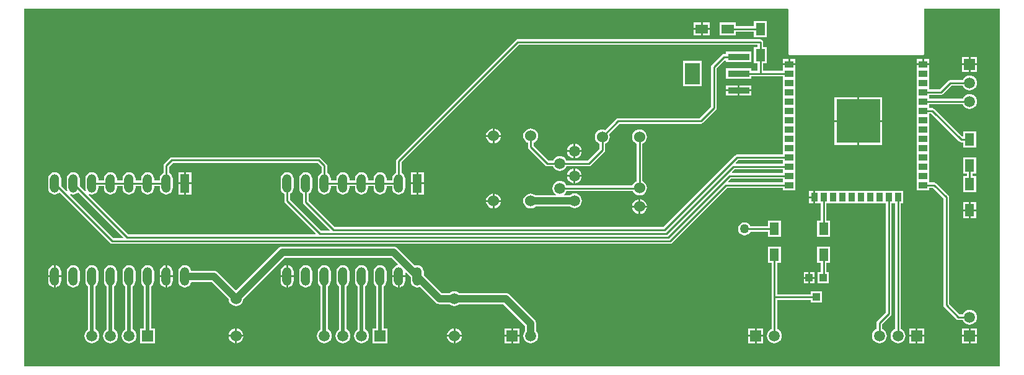
<source format=gtl>
G04 Layer_Physical_Order=1*
G04 Layer_Color=255*
%FSLAX25Y25*%
%MOIN*%
G70*
G01*
G75*
%ADD10R,0.04921X0.06693*%
%ADD11R,0.06693X0.04921*%
%ADD12R,0.03937X0.03937*%
%ADD13R,0.23622X0.23622*%
%ADD14R,0.04724X0.03543*%
%ADD15R,0.03543X0.04724*%
%ADD16R,0.11811X0.03543*%
%ADD17R,0.07874X0.11811*%
%ADD18C,0.01969*%
%ADD19C,0.01000*%
%ADD20C,0.03937*%
%ADD21R,0.05906X0.05906*%
%ADD22C,0.05906*%
%ADD23O,0.05000X0.10000*%
%ADD24R,0.05000X0.10000*%
%ADD25C,0.06000*%
%ADD26R,0.05906X0.05906*%
%ADD27C,0.05000*%
G36*
X698780Y101220D02*
X174220D01*
Y293280D01*
X584758D01*
X584988Y293000D01*
Y269499D01*
X585066Y269109D01*
X585287Y268778D01*
X585618Y268558D01*
X586008Y268480D01*
X657008D01*
X657398Y268558D01*
X657729Y268778D01*
X657950Y269109D01*
X658028Y269499D01*
Y293000D01*
X658257Y293280D01*
X698780D01*
Y101220D01*
D02*
G37*
%LPC*%
G36*
X375000Y149000D02*
X371970D01*
Y147000D01*
X372090Y146086D01*
X372443Y145235D01*
X373004Y144504D01*
X373735Y143943D01*
X374586Y143590D01*
X375000Y143536D01*
Y149000D01*
D02*
G37*
G36*
X250000D02*
X246970D01*
Y147000D01*
X247090Y146086D01*
X247443Y145235D01*
X248004Y144504D01*
X248735Y143943D01*
X249586Y143590D01*
X250000Y143536D01*
Y149000D01*
D02*
G37*
G36*
X315000D02*
X311970D01*
Y147000D01*
X312090Y146086D01*
X312443Y145235D01*
X313004Y144504D01*
X313735Y143943D01*
X314586Y143590D01*
X315000Y143536D01*
Y149000D01*
D02*
G37*
G36*
X319030D02*
X316000D01*
Y143536D01*
X316414Y143590D01*
X317265Y143943D01*
X317996Y144504D01*
X318557Y145235D01*
X318910Y146086D01*
X319030Y147000D01*
Y149000D01*
D02*
G37*
G36*
X379030D02*
X376000D01*
Y143536D01*
X376414Y143590D01*
X377265Y143943D01*
X377996Y144504D01*
X378557Y145235D01*
X378910Y146086D01*
X379030Y147000D01*
Y149000D01*
D02*
G37*
G36*
X194030D02*
X191000D01*
Y143536D01*
X191414Y143590D01*
X192265Y143943D01*
X192996Y144504D01*
X193557Y145235D01*
X193910Y146086D01*
X194030Y147000D01*
Y149000D01*
D02*
G37*
G36*
X254030D02*
X251000D01*
Y143536D01*
X251414Y143590D01*
X252265Y143943D01*
X252996Y144504D01*
X253557Y145235D01*
X253910Y146086D01*
X254030Y147000D01*
Y149000D01*
D02*
G37*
G36*
X190000D02*
X186970D01*
Y147000D01*
X187090Y146086D01*
X187443Y145235D01*
X188004Y144504D01*
X188735Y143943D01*
X189586Y143590D01*
X190000Y143536D01*
Y149000D01*
D02*
G37*
G36*
X686453Y121453D02*
X683000D01*
Y118000D01*
X686453D01*
Y121453D01*
D02*
G37*
G36*
X406000Y121469D02*
Y118000D01*
X409469D01*
X409397Y118544D01*
X408994Y119517D01*
X408353Y120353D01*
X407517Y120994D01*
X406544Y121397D01*
X406000Y121469D01*
D02*
G37*
G36*
X288500D02*
Y118000D01*
X291969D01*
X291897Y118544D01*
X291494Y119517D01*
X290853Y120353D01*
X290017Y120994D01*
X289044Y121397D01*
X288500Y121469D01*
D02*
G37*
G36*
X657953Y121453D02*
X654500D01*
Y118000D01*
X657953D01*
Y121453D01*
D02*
G37*
G36*
X325500Y155530D02*
X324586Y155410D01*
X323735Y155057D01*
X323004Y154496D01*
X322443Y153765D01*
X322090Y152914D01*
X321970Y152000D01*
Y147000D01*
X322090Y146086D01*
X322443Y145235D01*
X323004Y144504D01*
X323735Y143943D01*
X324586Y143590D01*
X325500Y143470D01*
X326414Y143590D01*
X327265Y143943D01*
X327996Y144504D01*
X328557Y145235D01*
X328910Y146086D01*
X329030Y147000D01*
Y152000D01*
X328910Y152914D01*
X328557Y153765D01*
X327996Y154496D01*
X327265Y155057D01*
X326414Y155410D01*
X325500Y155530D01*
D02*
G37*
G36*
X200500D02*
X199586Y155410D01*
X198735Y155057D01*
X198004Y154496D01*
X197443Y153765D01*
X197090Y152914D01*
X196970Y152000D01*
Y147000D01*
X197090Y146086D01*
X197443Y145235D01*
X198004Y144504D01*
X198735Y143943D01*
X199586Y143590D01*
X200500Y143470D01*
X201414Y143590D01*
X202265Y143943D01*
X202996Y144504D01*
X203557Y145235D01*
X203910Y146086D01*
X204030Y147000D01*
Y152000D01*
X203910Y152914D01*
X203557Y153765D01*
X202996Y154496D01*
X202265Y155057D01*
X201414Y155410D01*
X200500Y155530D01*
D02*
G37*
G36*
X580961Y165370D02*
X574039D01*
Y156677D01*
X575971D01*
Y138500D01*
Y121145D01*
X575507Y120953D01*
X574681Y120319D01*
X574047Y119493D01*
X573649Y118532D01*
X573513Y117500D01*
X573649Y116468D01*
X574047Y115507D01*
X574681Y114681D01*
X575507Y114047D01*
X576468Y113649D01*
X577500Y113513D01*
X578532Y113649D01*
X579493Y114047D01*
X580319Y114681D01*
X580953Y115507D01*
X581351Y116468D01*
X581487Y117500D01*
X581351Y118532D01*
X580953Y119493D01*
X580319Y120319D01*
X579493Y120953D01*
X579029Y121145D01*
Y136853D01*
X597031D01*
Y135413D01*
X602969D01*
Y141350D01*
X597031D01*
Y139911D01*
X579029D01*
Y156677D01*
X580961D01*
Y165370D01*
D02*
G37*
G36*
X316000Y155464D02*
Y150000D01*
X319030D01*
Y152000D01*
X318910Y152914D01*
X318557Y153765D01*
X317996Y154496D01*
X317265Y155057D01*
X316414Y155410D01*
X316000Y155464D01*
D02*
G37*
G36*
X251000D02*
Y150000D01*
X254030D01*
Y152000D01*
X253910Y152914D01*
X253557Y153765D01*
X252996Y154496D01*
X252265Y155057D01*
X251414Y155410D01*
X251000Y155464D01*
D02*
G37*
G36*
X191000D02*
Y150000D01*
X194030D01*
Y152000D01*
X193910Y152914D01*
X193557Y153765D01*
X192996Y154496D01*
X192265Y155057D01*
X191414Y155410D01*
X191000Y155464D01*
D02*
G37*
G36*
X580961Y179347D02*
X574039D01*
Y176529D01*
X564655D01*
X564557Y176765D01*
X563996Y177496D01*
X563265Y178057D01*
X562414Y178410D01*
X561500Y178530D01*
X560586Y178410D01*
X559735Y178057D01*
X559004Y177496D01*
X558443Y176765D01*
X558090Y175914D01*
X557970Y175000D01*
X558090Y174086D01*
X558443Y173235D01*
X559004Y172504D01*
X559735Y171943D01*
X560586Y171590D01*
X561500Y171470D01*
X562414Y171590D01*
X563265Y171943D01*
X563996Y172504D01*
X564557Y173235D01*
X564655Y173471D01*
X574039D01*
Y170653D01*
X580961D01*
Y179347D01*
D02*
G37*
G36*
X682000Y189370D02*
X679039D01*
Y185524D01*
X682000D01*
Y189370D01*
D02*
G37*
G36*
X685961Y184524D02*
X683000D01*
Y180677D01*
X685961D01*
Y184524D01*
D02*
G37*
G36*
X682000D02*
X679039D01*
Y180677D01*
X682000D01*
Y184524D01*
D02*
G37*
G36*
X315000Y155464D02*
X314586Y155410D01*
X313735Y155057D01*
X313004Y154496D01*
X312443Y153765D01*
X312090Y152914D01*
X311970Y152000D01*
Y150000D01*
X315000D01*
Y155464D01*
D02*
G37*
G36*
X607461Y165347D02*
X600539D01*
Y156653D01*
X602471D01*
Y151587D01*
X600772D01*
Y145650D01*
X606709D01*
Y151587D01*
X605529D01*
Y156653D01*
X607461D01*
Y165347D01*
D02*
G37*
G36*
X599228Y148118D02*
X596760D01*
Y145650D01*
X599228D01*
Y148118D01*
D02*
G37*
G36*
X595760D02*
X593291D01*
Y145650D01*
X595760D01*
Y148118D01*
D02*
G37*
G36*
Y151587D02*
X593291D01*
Y149118D01*
X595760D01*
Y151587D01*
D02*
G37*
G36*
X250000Y155464D02*
X249586Y155410D01*
X248735Y155057D01*
X248004Y154496D01*
X247443Y153765D01*
X247090Y152914D01*
X246970Y152000D01*
Y150000D01*
X250000D01*
Y155464D01*
D02*
G37*
G36*
X190000D02*
X189586Y155410D01*
X188735Y155057D01*
X188004Y154496D01*
X187443Y153765D01*
X187090Y152914D01*
X186970Y152000D01*
Y150000D01*
X190000D01*
Y155464D01*
D02*
G37*
G36*
X599228Y151587D02*
X596760D01*
Y149118D01*
X599228D01*
Y151587D01*
D02*
G37*
G36*
X291969Y117000D02*
X288500D01*
Y113531D01*
X289044Y113603D01*
X290017Y114006D01*
X290853Y114647D01*
X291494Y115483D01*
X291897Y116456D01*
X291969Y117000D01*
D02*
G37*
G36*
X405000D02*
X401531D01*
X401603Y116456D01*
X402006Y115483D01*
X402647Y114647D01*
X403483Y114006D01*
X404456Y113603D01*
X405000Y113531D01*
Y117000D01*
D02*
G37*
G36*
X287500D02*
X284031D01*
X284103Y116456D01*
X284506Y115483D01*
X285147Y114647D01*
X285983Y114006D01*
X286956Y113603D01*
X287500Y113531D01*
Y117000D01*
D02*
G37*
G36*
X409469D02*
X406000D01*
Y113531D01*
X406544Y113603D01*
X407517Y114006D01*
X408353Y114647D01*
X408994Y115483D01*
X409397Y116456D01*
X409469Y117000D01*
D02*
G37*
G36*
X436000D02*
X432547D01*
Y113547D01*
X436000D01*
Y117000D01*
D02*
G37*
G36*
X365500Y155530D02*
X364586Y155410D01*
X363735Y155057D01*
X363004Y154496D01*
X362443Y153765D01*
X362090Y152914D01*
X361970Y152000D01*
Y147000D01*
X362090Y146086D01*
X362443Y145235D01*
X363004Y144504D01*
X363477Y144141D01*
Y121453D01*
X361547D01*
Y113547D01*
X369453D01*
Y121453D01*
X367523D01*
Y144141D01*
X367996Y144504D01*
X368557Y145235D01*
X368910Y146086D01*
X369030Y147000D01*
Y152000D01*
X368910Y152914D01*
X368557Y153765D01*
X367996Y154496D01*
X367265Y155057D01*
X366414Y155410D01*
X365500Y155530D01*
D02*
G37*
G36*
X240500D02*
X239586Y155410D01*
X238735Y155057D01*
X238004Y154496D01*
X237443Y153765D01*
X237090Y152914D01*
X236970Y152000D01*
Y147000D01*
X237090Y146086D01*
X237443Y145235D01*
X238004Y144504D01*
X238477Y144141D01*
Y121453D01*
X236547D01*
Y113547D01*
X244453D01*
Y121453D01*
X242523D01*
Y144141D01*
X242996Y144504D01*
X243557Y145235D01*
X243910Y146086D01*
X244030Y147000D01*
Y152000D01*
X243910Y152914D01*
X243557Y153765D01*
X242996Y154496D01*
X242265Y155057D01*
X241414Y155410D01*
X240500Y155530D01*
D02*
G37*
G36*
X646772Y195362D02*
X599508D01*
Y192000D01*
Y188638D01*
X602471D01*
Y179323D01*
X600539D01*
Y170630D01*
X607461D01*
Y179323D01*
X605529D01*
Y188638D01*
X637471D01*
Y130133D01*
X632919Y125581D01*
X632587Y125085D01*
X632471Y124500D01*
Y121145D01*
X632007Y120953D01*
X631181Y120319D01*
X630547Y119493D01*
X630149Y118532D01*
X630013Y117500D01*
X630149Y116468D01*
X630547Y115507D01*
X631181Y114681D01*
X632007Y114047D01*
X632968Y113649D01*
X634000Y113513D01*
X635032Y113649D01*
X635993Y114047D01*
X636819Y114681D01*
X637453Y115507D01*
X637851Y116468D01*
X637987Y117500D01*
X637851Y118532D01*
X637453Y119493D01*
X636819Y120319D01*
X635993Y120953D01*
X635529Y121145D01*
Y123866D01*
X640081Y128419D01*
X640413Y128915D01*
X640529Y129500D01*
Y188638D01*
X642471D01*
Y121145D01*
X642007Y120953D01*
X641181Y120319D01*
X640547Y119493D01*
X640149Y118532D01*
X640013Y117500D01*
X640149Y116468D01*
X640547Y115507D01*
X641181Y114681D01*
X642007Y114047D01*
X642968Y113649D01*
X644000Y113513D01*
X645032Y113649D01*
X645993Y114047D01*
X646819Y114681D01*
X647453Y115507D01*
X647851Y116468D01*
X647987Y117500D01*
X647851Y118532D01*
X647453Y119493D01*
X646819Y120319D01*
X645993Y120953D01*
X645529Y121145D01*
Y188638D01*
X646772D01*
Y195362D01*
D02*
G37*
G36*
X230500Y155530D02*
X229586Y155410D01*
X228735Y155057D01*
X228004Y154496D01*
X227443Y153765D01*
X227090Y152914D01*
X226970Y152000D01*
Y147000D01*
X227090Y146086D01*
X227443Y145235D01*
X228004Y144504D01*
X228477Y144141D01*
Y120930D01*
X227681Y120319D01*
X227047Y119493D01*
X226649Y118532D01*
X226513Y117500D01*
X226649Y116468D01*
X227047Y115507D01*
X227681Y114681D01*
X228507Y114047D01*
X229468Y113649D01*
X230500Y113513D01*
X231532Y113649D01*
X232493Y114047D01*
X233319Y114681D01*
X233953Y115507D01*
X234351Y116468D01*
X234487Y117500D01*
X234351Y118532D01*
X233953Y119493D01*
X233319Y120319D01*
X232523Y120930D01*
Y144141D01*
X232996Y144504D01*
X233557Y145235D01*
X233910Y146086D01*
X234030Y147000D01*
Y152000D01*
X233910Y152914D01*
X233557Y153765D01*
X232996Y154496D01*
X232265Y155057D01*
X231414Y155410D01*
X230500Y155530D01*
D02*
G37*
G36*
X220500D02*
X219586Y155410D01*
X218735Y155057D01*
X218004Y154496D01*
X217443Y153765D01*
X217090Y152914D01*
X216970Y152000D01*
Y147000D01*
X217090Y146086D01*
X217443Y145235D01*
X218004Y144504D01*
X218477Y144141D01*
Y120930D01*
X217681Y120319D01*
X217047Y119493D01*
X216649Y118532D01*
X216513Y117500D01*
X216649Y116468D01*
X217047Y115507D01*
X217681Y114681D01*
X218507Y114047D01*
X219468Y113649D01*
X220500Y113513D01*
X221532Y113649D01*
X222493Y114047D01*
X223319Y114681D01*
X223953Y115507D01*
X224351Y116468D01*
X224487Y117500D01*
X224351Y118532D01*
X223953Y119493D01*
X223319Y120319D01*
X222523Y120930D01*
Y144141D01*
X222996Y144504D01*
X223557Y145235D01*
X223910Y146086D01*
X224030Y147000D01*
Y152000D01*
X223910Y152914D01*
X223557Y153765D01*
X222996Y154496D01*
X222265Y155057D01*
X221414Y155410D01*
X220500Y155530D01*
D02*
G37*
G36*
X210500D02*
X209586Y155410D01*
X208735Y155057D01*
X208004Y154496D01*
X207443Y153765D01*
X207090Y152914D01*
X206970Y152000D01*
Y147000D01*
X207090Y146086D01*
X207443Y145235D01*
X208004Y144504D01*
X208477Y144141D01*
Y120930D01*
X207681Y120319D01*
X207047Y119493D01*
X206649Y118532D01*
X206513Y117500D01*
X206649Y116468D01*
X207047Y115507D01*
X207681Y114681D01*
X208507Y114047D01*
X209468Y113649D01*
X210500Y113513D01*
X211532Y113649D01*
X212493Y114047D01*
X213319Y114681D01*
X213953Y115507D01*
X214351Y116468D01*
X214487Y117500D01*
X214351Y118532D01*
X213953Y119493D01*
X213319Y120319D01*
X212523Y120930D01*
Y144141D01*
X212996Y144504D01*
X213557Y145235D01*
X213910Y146086D01*
X214030Y147000D01*
Y152000D01*
X213910Y152914D01*
X213557Y153765D01*
X212996Y154496D01*
X212265Y155057D01*
X211414Y155410D01*
X210500Y155530D01*
D02*
G37*
G36*
X335500D02*
X334586Y155410D01*
X333735Y155057D01*
X333004Y154496D01*
X332443Y153765D01*
X332090Y152914D01*
X331970Y152000D01*
Y147000D01*
X332090Y146086D01*
X332443Y145235D01*
X333004Y144504D01*
X333477Y144141D01*
Y120930D01*
X332681Y120319D01*
X332047Y119493D01*
X331649Y118532D01*
X331513Y117500D01*
X331649Y116468D01*
X332047Y115507D01*
X332681Y114681D01*
X333507Y114047D01*
X334468Y113649D01*
X335500Y113513D01*
X336532Y113649D01*
X337493Y114047D01*
X338319Y114681D01*
X338953Y115507D01*
X339351Y116468D01*
X339487Y117500D01*
X339351Y118532D01*
X338953Y119493D01*
X338319Y120319D01*
X337523Y120930D01*
Y144141D01*
X337996Y144504D01*
X338557Y145235D01*
X338910Y146086D01*
X339030Y147000D01*
Y152000D01*
X338910Y152914D01*
X338557Y153765D01*
X337996Y154496D01*
X337265Y155057D01*
X336414Y155410D01*
X335500Y155530D01*
D02*
G37*
G36*
X372734Y165494D02*
X313000D01*
X312225Y165392D01*
X311503Y165093D01*
X310883Y164617D01*
X288000Y141734D01*
X278117Y151617D01*
X277497Y152093D01*
X276775Y152392D01*
X276000Y152494D01*
X263965D01*
X263910Y152914D01*
X263557Y153765D01*
X262996Y154496D01*
X262265Y155057D01*
X261414Y155410D01*
X260500Y155530D01*
X259586Y155410D01*
X258735Y155057D01*
X258004Y154496D01*
X257443Y153765D01*
X257090Y152914D01*
X256970Y152000D01*
Y147000D01*
X257090Y146086D01*
X257443Y145235D01*
X258004Y144504D01*
X258735Y143943D01*
X259586Y143590D01*
X260500Y143470D01*
X261414Y143590D01*
X262265Y143943D01*
X262996Y144504D01*
X263557Y145235D01*
X263910Y146086D01*
X263965Y146506D01*
X274760D01*
X283996Y137270D01*
X284103Y136456D01*
X284506Y135483D01*
X285147Y134647D01*
X285983Y134006D01*
X286956Y133603D01*
X288000Y133466D01*
X289044Y133603D01*
X290017Y134006D01*
X290853Y134647D01*
X291494Y135483D01*
X291897Y136456D01*
X292004Y137270D01*
X314240Y159506D01*
X371493D01*
X375073Y155926D01*
X374912Y155453D01*
X374586Y155410D01*
X373735Y155057D01*
X373004Y154496D01*
X372443Y153765D01*
X372090Y152914D01*
X371970Y152000D01*
Y150000D01*
X375500D01*
X379030D01*
Y151316D01*
X379492Y151507D01*
X381970Y149030D01*
Y147000D01*
X382090Y146086D01*
X382443Y145235D01*
X383004Y144504D01*
X383735Y143943D01*
X384586Y143590D01*
X385500Y143470D01*
X386414Y143590D01*
X386952Y143813D01*
X395383Y135383D01*
X396003Y134907D01*
X396302Y134783D01*
X396725Y134608D01*
X397500Y134506D01*
X402831D01*
X403483Y134006D01*
X404456Y133603D01*
X405500Y133466D01*
X406544Y133603D01*
X407517Y134006D01*
X408169Y134506D01*
X431760D01*
X443506Y122760D01*
Y120091D01*
X443047Y119493D01*
X442649Y118532D01*
X442513Y117500D01*
X442649Y116468D01*
X443047Y115507D01*
X443681Y114681D01*
X444507Y114047D01*
X445468Y113649D01*
X446500Y113513D01*
X447532Y113649D01*
X448493Y114047D01*
X449319Y114681D01*
X449953Y115507D01*
X450351Y116468D01*
X450487Y117500D01*
X450351Y118532D01*
X449953Y119493D01*
X449494Y120091D01*
Y124000D01*
X449392Y124775D01*
X449217Y125198D01*
X449093Y125497D01*
X448617Y126117D01*
X435117Y139617D01*
X434497Y140093D01*
X433775Y140392D01*
X433000Y140494D01*
X408169D01*
X407517Y140994D01*
X406544Y141397D01*
X405500Y141534D01*
X404456Y141397D01*
X403483Y140994D01*
X402831Y140494D01*
X398740D01*
X389030Y150204D01*
Y152000D01*
X388910Y152914D01*
X388557Y153765D01*
X387996Y154496D01*
X387265Y155057D01*
X386414Y155410D01*
X385500Y155530D01*
X384586Y155410D01*
X384213Y155255D01*
X374851Y164617D01*
X374231Y165093D01*
X373509Y165392D01*
X372734Y165494D01*
D02*
G37*
G36*
X355500Y155530D02*
X354586Y155410D01*
X353735Y155057D01*
X353004Y154496D01*
X352443Y153765D01*
X352090Y152914D01*
X351970Y152000D01*
Y147000D01*
X352090Y146086D01*
X352443Y145235D01*
X353004Y144504D01*
X353477Y144141D01*
Y120930D01*
X352681Y120319D01*
X352047Y119493D01*
X351649Y118532D01*
X351513Y117500D01*
X351649Y116468D01*
X352047Y115507D01*
X352681Y114681D01*
X353507Y114047D01*
X354468Y113649D01*
X355500Y113513D01*
X356532Y113649D01*
X357493Y114047D01*
X358319Y114681D01*
X358953Y115507D01*
X359351Y116468D01*
X359487Y117500D01*
X359351Y118532D01*
X358953Y119493D01*
X358319Y120319D01*
X357523Y120930D01*
Y144141D01*
X357996Y144504D01*
X358557Y145235D01*
X358910Y146086D01*
X359030Y147000D01*
Y152000D01*
X358910Y152914D01*
X358557Y153765D01*
X357996Y154496D01*
X357265Y155057D01*
X356414Y155410D01*
X355500Y155530D01*
D02*
G37*
G36*
X345500D02*
X344586Y155410D01*
X343735Y155057D01*
X343004Y154496D01*
X342443Y153765D01*
X342090Y152914D01*
X341970Y152000D01*
Y147000D01*
X342090Y146086D01*
X342443Y145235D01*
X343004Y144504D01*
X343477Y144141D01*
Y120930D01*
X342681Y120319D01*
X342047Y119493D01*
X341649Y118532D01*
X341513Y117500D01*
X341649Y116468D01*
X342047Y115507D01*
X342681Y114681D01*
X343507Y114047D01*
X344468Y113649D01*
X345500Y113513D01*
X346532Y113649D01*
X347493Y114047D01*
X348319Y114681D01*
X348953Y115507D01*
X349351Y116468D01*
X349487Y117500D01*
X349351Y118532D01*
X348953Y119493D01*
X348319Y120319D01*
X347523Y120930D01*
Y144141D01*
X347996Y144504D01*
X348557Y145235D01*
X348910Y146086D01*
X349030Y147000D01*
Y152000D01*
X348910Y152914D01*
X348557Y153765D01*
X347996Y154496D01*
X347265Y155057D01*
X346414Y155410D01*
X345500Y155530D01*
D02*
G37*
G36*
X682000Y121453D02*
X678547D01*
Y118000D01*
X682000D01*
Y121453D01*
D02*
G37*
G36*
X405000Y121469D02*
X404456Y121397D01*
X403483Y120994D01*
X402647Y120353D01*
X402006Y119517D01*
X401603Y118544D01*
X401531Y118000D01*
X405000D01*
Y121469D01*
D02*
G37*
G36*
X287500D02*
X286956Y121397D01*
X285983Y120994D01*
X285147Y120353D01*
X284506Y119517D01*
X284103Y118544D01*
X284031Y118000D01*
X287500D01*
Y121469D01*
D02*
G37*
G36*
X436000Y121453D02*
X432547D01*
Y118000D01*
X436000D01*
Y121453D01*
D02*
G37*
G36*
X571453D02*
X568000D01*
Y118000D01*
X571453D01*
Y121453D01*
D02*
G37*
G36*
X567000D02*
X563547D01*
Y118000D01*
X567000D01*
Y121453D01*
D02*
G37*
G36*
X440453D02*
X437000D01*
Y118000D01*
X440453D01*
Y121453D01*
D02*
G37*
G36*
X653500D02*
X650047D01*
Y118000D01*
X653500D01*
Y121453D01*
D02*
G37*
G36*
X571453Y117000D02*
X568000D01*
Y113547D01*
X571453D01*
Y117000D01*
D02*
G37*
G36*
X567000D02*
X563547D01*
Y113547D01*
X567000D01*
Y117000D01*
D02*
G37*
G36*
X440453D02*
X437000D01*
Y113547D01*
X440453D01*
Y117000D01*
D02*
G37*
G36*
X653500D02*
X650047D01*
Y113547D01*
X653500D01*
Y117000D01*
D02*
G37*
G36*
X686453D02*
X683000D01*
Y113547D01*
X686453D01*
Y117000D01*
D02*
G37*
G36*
X682000D02*
X678547D01*
Y113547D01*
X682000D01*
Y117000D01*
D02*
G37*
G36*
X657953D02*
X654500D01*
Y113547D01*
X657953D01*
Y117000D01*
D02*
G37*
G36*
X685961Y189370D02*
X683000D01*
Y185524D01*
X685961D01*
Y189370D01*
D02*
G37*
G36*
Y213370D02*
X679039D01*
Y204677D01*
X680971D01*
Y203346D01*
X679039D01*
Y194653D01*
X685961D01*
Y203346D01*
X684029D01*
Y204677D01*
X685961D01*
Y213370D01*
D02*
G37*
G36*
X686453Y263000D02*
X683000D01*
Y259547D01*
X686453D01*
Y263000D01*
D02*
G37*
G36*
X682000D02*
X678547D01*
Y259547D01*
X682000D01*
Y263000D01*
D02*
G37*
G36*
X588870Y266272D02*
X586008D01*
Y264000D01*
X588870D01*
Y266272D01*
D02*
G37*
G36*
X585008D02*
X582146D01*
Y264000D01*
X585008D01*
Y266272D01*
D02*
G37*
G36*
X682000Y267453D02*
X678547D01*
Y264000D01*
X682000D01*
Y267453D01*
D02*
G37*
G36*
X622122Y245862D02*
X609811D01*
Y233551D01*
X622122D01*
Y245862D01*
D02*
G37*
G36*
Y232551D02*
X609811D01*
Y220240D01*
X622122D01*
Y232551D01*
D02*
G37*
G36*
X635433D02*
X623122D01*
Y220240D01*
X635433D01*
Y232551D01*
D02*
G37*
G36*
X660870Y263000D02*
X654146D01*
Y260728D01*
Y255728D01*
Y250728D01*
Y245728D01*
Y240728D01*
Y235728D01*
Y230728D01*
Y225728D01*
Y220728D01*
Y215728D01*
Y210728D01*
Y205728D01*
Y200728D01*
Y195728D01*
X660870D01*
Y196971D01*
X662866D01*
X668471Y191367D01*
Y134000D01*
X668587Y133415D01*
X668919Y132919D01*
X675419Y126419D01*
X675915Y126087D01*
X676500Y125971D01*
X678855D01*
X679047Y125507D01*
X679681Y124681D01*
X680507Y124047D01*
X681468Y123649D01*
X682500Y123513D01*
X683532Y123649D01*
X684493Y124047D01*
X685319Y124681D01*
X685953Y125507D01*
X686351Y126468D01*
X686487Y127500D01*
X686351Y128532D01*
X685953Y129493D01*
X685319Y130319D01*
X684493Y130953D01*
X683532Y131351D01*
X682500Y131487D01*
X681468Y131351D01*
X680507Y130953D01*
X679681Y130319D01*
X679047Y129493D01*
X678855Y129029D01*
X677134D01*
X671529Y134634D01*
Y192000D01*
X671413Y192585D01*
X671081Y193081D01*
X664581Y199581D01*
X664085Y199913D01*
X663500Y200029D01*
X660870D01*
Y205728D01*
Y210728D01*
Y215728D01*
Y220728D01*
Y225728D01*
Y230728D01*
Y236971D01*
X661867D01*
X676919Y221919D01*
X677415Y221587D01*
X678000Y221471D01*
X679039D01*
Y218653D01*
X685961D01*
Y227346D01*
X679039D01*
Y224757D01*
X678539Y224623D01*
X663581Y239581D01*
X663085Y239913D01*
X662500Y240029D01*
X660870D01*
Y241971D01*
X678855D01*
X679047Y241507D01*
X679681Y240681D01*
X680507Y240047D01*
X681468Y239649D01*
X682500Y239513D01*
X683532Y239649D01*
X684493Y240047D01*
X685319Y240681D01*
X685953Y241507D01*
X686351Y242468D01*
X686487Y243500D01*
X686351Y244532D01*
X685953Y245493D01*
X685319Y246319D01*
X684493Y246953D01*
X683532Y247351D01*
X682500Y247487D01*
X681468Y247351D01*
X680507Y246953D01*
X679681Y246319D01*
X679047Y245493D01*
X678855Y245029D01*
X660870D01*
Y246971D01*
X667000D01*
X667585Y247087D01*
X668081Y247419D01*
X672634Y251971D01*
X678855D01*
X679047Y251507D01*
X679681Y250681D01*
X680507Y250047D01*
X681468Y249649D01*
X682500Y249513D01*
X683532Y249649D01*
X684493Y250047D01*
X685319Y250681D01*
X685953Y251507D01*
X686351Y252468D01*
X686487Y253500D01*
X686351Y254532D01*
X685953Y255493D01*
X685319Y256319D01*
X684493Y256953D01*
X683532Y257351D01*
X682500Y257487D01*
X681468Y257351D01*
X680507Y256953D01*
X679681Y256319D01*
X679047Y255493D01*
X678855Y255029D01*
X672000D01*
X671415Y254913D01*
X670919Y254581D01*
X666366Y250029D01*
X660870D01*
Y255728D01*
Y260728D01*
Y263000D01*
D02*
G37*
G36*
X570000Y277029D02*
X439500D01*
X438915Y276913D01*
X438419Y276581D01*
X374419Y212581D01*
X374087Y212085D01*
X373971Y211500D01*
Y205155D01*
X373735Y205057D01*
X373004Y204496D01*
X372443Y203765D01*
X372090Y202914D01*
X371970Y202000D01*
Y201029D01*
X369030D01*
Y202000D01*
X368910Y202914D01*
X368557Y203765D01*
X367996Y204496D01*
X367265Y205057D01*
X366414Y205410D01*
X365500Y205530D01*
X364586Y205410D01*
X363735Y205057D01*
X363004Y204496D01*
X362443Y203765D01*
X362090Y202914D01*
X361970Y202000D01*
Y201029D01*
X359030D01*
Y202000D01*
X358910Y202914D01*
X358557Y203765D01*
X357996Y204496D01*
X357265Y205057D01*
X356414Y205410D01*
X355500Y205530D01*
X354586Y205410D01*
X353735Y205057D01*
X353004Y204496D01*
X352443Y203765D01*
X352090Y202914D01*
X351970Y202000D01*
Y201029D01*
X349030D01*
Y202000D01*
X348910Y202914D01*
X348557Y203765D01*
X347996Y204496D01*
X347265Y205057D01*
X346414Y205410D01*
X345500Y205530D01*
X344586Y205410D01*
X343735Y205057D01*
X343004Y204496D01*
X342443Y203765D01*
X342090Y202914D01*
X341970Y202000D01*
Y201029D01*
X339030D01*
Y202000D01*
X338910Y202914D01*
X338557Y203765D01*
X337996Y204496D01*
X337265Y205057D01*
X337029Y205155D01*
Y209000D01*
X336913Y209585D01*
X336581Y210081D01*
X333581Y213081D01*
X333085Y213413D01*
X332500Y213529D01*
X253500D01*
X252915Y213413D01*
X252419Y213081D01*
X249419Y210081D01*
X249087Y209585D01*
X248971Y209000D01*
Y205155D01*
X248735Y205057D01*
X248004Y204496D01*
X247443Y203765D01*
X247090Y202914D01*
X246970Y202000D01*
Y201029D01*
X244030D01*
Y202000D01*
X243910Y202914D01*
X243557Y203765D01*
X242996Y204496D01*
X242265Y205057D01*
X241414Y205410D01*
X240500Y205530D01*
X239586Y205410D01*
X238735Y205057D01*
X238004Y204496D01*
X237443Y203765D01*
X237090Y202914D01*
X236970Y202000D01*
Y201029D01*
X234030D01*
Y202000D01*
X233910Y202914D01*
X233557Y203765D01*
X232996Y204496D01*
X232265Y205057D01*
X231414Y205410D01*
X230500Y205530D01*
X229586Y205410D01*
X228735Y205057D01*
X228004Y204496D01*
X227443Y203765D01*
X227090Y202914D01*
X226970Y202000D01*
Y201029D01*
X224030D01*
Y202000D01*
X223910Y202914D01*
X223557Y203765D01*
X222996Y204496D01*
X222265Y205057D01*
X221414Y205410D01*
X220500Y205530D01*
X219586Y205410D01*
X218735Y205057D01*
X218004Y204496D01*
X217443Y203765D01*
X217090Y202914D01*
X216970Y202000D01*
Y201029D01*
X214030D01*
Y202000D01*
X213910Y202914D01*
X213557Y203765D01*
X212996Y204496D01*
X212265Y205057D01*
X211414Y205410D01*
X210500Y205530D01*
X209586Y205410D01*
X208735Y205057D01*
X208004Y204496D01*
X207443Y203765D01*
X207090Y202914D01*
X206970Y202000D01*
Y197000D01*
X207090Y196086D01*
X207307Y195563D01*
X206883Y195280D01*
X204030Y198133D01*
Y202000D01*
X203910Y202914D01*
X203557Y203765D01*
X202996Y204496D01*
X202265Y205057D01*
X201414Y205410D01*
X200500Y205530D01*
X199586Y205410D01*
X198735Y205057D01*
X198004Y204496D01*
X197443Y203765D01*
X197090Y202914D01*
X196970Y202000D01*
Y197000D01*
X197090Y196086D01*
X197307Y195563D01*
X196883Y195280D01*
X194030Y198133D01*
Y202000D01*
X193910Y202914D01*
X193557Y203765D01*
X192996Y204496D01*
X192265Y205057D01*
X191414Y205410D01*
X190500Y205530D01*
X189586Y205410D01*
X188735Y205057D01*
X188004Y204496D01*
X187443Y203765D01*
X187090Y202914D01*
X186970Y202000D01*
Y197000D01*
X187090Y196086D01*
X187443Y195235D01*
X188004Y194504D01*
X188735Y193943D01*
X189586Y193590D01*
X190500Y193470D01*
X191414Y193590D01*
X192265Y193943D01*
X192996Y194504D01*
X193313Y194525D01*
X220419Y167419D01*
X220915Y167087D01*
X221500Y166971D01*
X521500D01*
X522085Y167087D01*
X522581Y167419D01*
X552134Y196971D01*
X582146D01*
Y195728D01*
X588870D01*
Y200728D01*
Y205728D01*
Y210728D01*
Y215728D01*
Y220728D01*
Y225728D01*
Y230728D01*
Y235728D01*
Y240728D01*
Y245728D01*
Y250728D01*
Y255728D01*
Y260728D01*
Y263000D01*
X582146D01*
Y260029D01*
X571529D01*
Y264177D01*
X573461D01*
Y272870D01*
X571529D01*
Y275500D01*
X571413Y276085D01*
X571081Y276581D01*
X570585Y276913D01*
X570000Y277029D01*
D02*
G37*
G36*
X635433Y245862D02*
X623122D01*
Y233551D01*
X635433D01*
Y245862D01*
D02*
G37*
G36*
X598508Y191500D02*
X596236D01*
Y188638D01*
X598508D01*
Y191500D01*
D02*
G37*
G36*
X686453Y267453D02*
X683000D01*
Y264000D01*
X686453D01*
Y267453D01*
D02*
G37*
G36*
X538024Y285961D02*
X534177D01*
Y283000D01*
X538024D01*
Y285961D01*
D02*
G37*
G36*
Y282000D02*
X534177D01*
Y279039D01*
X538024D01*
Y282000D01*
D02*
G37*
G36*
X542870D02*
X539024D01*
Y279039D01*
X542870D01*
Y282000D01*
D02*
G37*
G36*
X573461Y286846D02*
X566539D01*
Y284029D01*
X556847D01*
Y285961D01*
X548153D01*
Y279039D01*
X556847D01*
Y280971D01*
X566539D01*
Y278153D01*
X573461D01*
Y286846D01*
D02*
G37*
G36*
X657008Y266272D02*
X654146D01*
Y264000D01*
X657008D01*
Y266272D01*
D02*
G37*
G36*
X598508Y195362D02*
X596236D01*
Y192500D01*
X598508D01*
Y195362D01*
D02*
G37*
G36*
X542870Y285961D02*
X539024D01*
Y283000D01*
X542870D01*
Y285961D01*
D02*
G37*
G36*
X660870Y266272D02*
X658008D01*
Y264000D01*
X660870D01*
Y266272D01*
D02*
G37*
%LPD*%
G36*
X582146Y205029D02*
X554846D01*
X554654Y205491D01*
X556134Y206971D01*
X582146D01*
Y205029D01*
D02*
G37*
G36*
Y210029D02*
X556846D01*
X556654Y210491D01*
X558134Y211971D01*
X582146D01*
Y210029D01*
D02*
G37*
G36*
X227346Y170491D02*
X227154Y170029D01*
X222133D01*
X198780Y193383D01*
X199063Y193807D01*
X199586Y193590D01*
X200500Y193470D01*
X201414Y193590D01*
X202265Y193943D01*
X202996Y194504D01*
X203313Y194525D01*
X227346Y170491D01*
D02*
G37*
G36*
X568471Y272870D02*
X566539D01*
Y264177D01*
X568471D01*
Y260029D01*
X565209D01*
Y261272D01*
X551398D01*
Y255728D01*
X565209D01*
Y256971D01*
X582146D01*
Y250728D01*
Y245728D01*
Y240728D01*
Y235728D01*
Y230728D01*
Y225728D01*
Y220728D01*
Y215029D01*
X557500D01*
X556915Y214913D01*
X556419Y214581D01*
X517867Y176029D01*
X341133D01*
X327029Y190134D01*
Y193845D01*
X327265Y193943D01*
X327996Y194504D01*
X328557Y195235D01*
X328910Y196086D01*
X329030Y197000D01*
Y202000D01*
X328910Y202914D01*
X328557Y203765D01*
X327996Y204496D01*
X327265Y205057D01*
X326414Y205410D01*
X325500Y205530D01*
X324586Y205410D01*
X323735Y205057D01*
X323004Y204496D01*
X322443Y203765D01*
X322090Y202914D01*
X321970Y202000D01*
Y197000D01*
X322090Y196086D01*
X322443Y195235D01*
X323004Y194504D01*
X323735Y193943D01*
X323971Y193845D01*
Y189500D01*
X324087Y188915D01*
X324419Y188419D01*
X338346Y174491D01*
X338154Y174029D01*
X333633D01*
X317029Y190633D01*
Y193845D01*
X317265Y193943D01*
X317996Y194504D01*
X318557Y195235D01*
X318910Y196086D01*
X319030Y197000D01*
Y202000D01*
X318910Y202914D01*
X318557Y203765D01*
X317996Y204496D01*
X317265Y205057D01*
X316414Y205410D01*
X315500Y205530D01*
X314586Y205410D01*
X313735Y205057D01*
X313004Y204496D01*
X312443Y203765D01*
X312090Y202914D01*
X311970Y202000D01*
Y197000D01*
X312090Y196086D01*
X312443Y195235D01*
X313004Y194504D01*
X313735Y193943D01*
X313971Y193845D01*
Y190000D01*
X314087Y189415D01*
X314419Y188919D01*
X330846Y172491D01*
X330654Y172029D01*
X230134D01*
X208780Y193383D01*
X209063Y193807D01*
X209586Y193590D01*
X210500Y193470D01*
X211414Y193590D01*
X212265Y193943D01*
X212996Y194504D01*
X213557Y195235D01*
X213910Y196086D01*
X214030Y197000D01*
Y197971D01*
X216970D01*
Y197000D01*
X217090Y196086D01*
X217443Y195235D01*
X218004Y194504D01*
X218735Y193943D01*
X219586Y193590D01*
X220500Y193470D01*
X221414Y193590D01*
X222265Y193943D01*
X222996Y194504D01*
X223557Y195235D01*
X223910Y196086D01*
X224030Y197000D01*
Y197971D01*
X226970D01*
Y197000D01*
X227090Y196086D01*
X227443Y195235D01*
X228004Y194504D01*
X228735Y193943D01*
X229586Y193590D01*
X230500Y193470D01*
X231414Y193590D01*
X232265Y193943D01*
X232996Y194504D01*
X233557Y195235D01*
X233910Y196086D01*
X234030Y197000D01*
Y197971D01*
X236970D01*
Y197000D01*
X237090Y196086D01*
X237443Y195235D01*
X238004Y194504D01*
X238735Y193943D01*
X239586Y193590D01*
X240500Y193470D01*
X241414Y193590D01*
X242265Y193943D01*
X242996Y194504D01*
X243557Y195235D01*
X243910Y196086D01*
X244030Y197000D01*
Y197971D01*
X246970D01*
Y197000D01*
X247090Y196086D01*
X247443Y195235D01*
X248004Y194504D01*
X248735Y193943D01*
X249586Y193590D01*
X250500Y193470D01*
X251414Y193590D01*
X252265Y193943D01*
X252996Y194504D01*
X253557Y195235D01*
X253910Y196086D01*
X254030Y197000D01*
Y202000D01*
X253910Y202914D01*
X253557Y203765D01*
X252996Y204496D01*
X252265Y205057D01*
X252029Y205155D01*
Y208366D01*
X254134Y210471D01*
X331867D01*
X333971Y208366D01*
Y205155D01*
X333735Y205057D01*
X333004Y204496D01*
X332443Y203765D01*
X332090Y202914D01*
X331970Y202000D01*
Y197000D01*
X332090Y196086D01*
X332443Y195235D01*
X333004Y194504D01*
X333735Y193943D01*
X334586Y193590D01*
X335500Y193470D01*
X336414Y193590D01*
X337265Y193943D01*
X337996Y194504D01*
X338557Y195235D01*
X338910Y196086D01*
X339030Y197000D01*
Y197971D01*
X341970D01*
Y197000D01*
X342090Y196086D01*
X342443Y195235D01*
X343004Y194504D01*
X343735Y193943D01*
X344586Y193590D01*
X345500Y193470D01*
X346414Y193590D01*
X347265Y193943D01*
X347996Y194504D01*
X348557Y195235D01*
X348910Y196086D01*
X349030Y197000D01*
Y197971D01*
X351970D01*
Y197000D01*
X352090Y196086D01*
X352443Y195235D01*
X353004Y194504D01*
X353735Y193943D01*
X354586Y193590D01*
X355500Y193470D01*
X356414Y193590D01*
X357265Y193943D01*
X357996Y194504D01*
X358557Y195235D01*
X358910Y196086D01*
X359030Y197000D01*
Y197971D01*
X361970D01*
Y197000D01*
X362090Y196086D01*
X362443Y195235D01*
X363004Y194504D01*
X363735Y193943D01*
X364586Y193590D01*
X365500Y193470D01*
X366414Y193590D01*
X367265Y193943D01*
X367996Y194504D01*
X368557Y195235D01*
X368910Y196086D01*
X369030Y197000D01*
Y197971D01*
X371970D01*
Y197000D01*
X372090Y196086D01*
X372443Y195235D01*
X373004Y194504D01*
X373735Y193943D01*
X374586Y193590D01*
X375500Y193470D01*
X376414Y193590D01*
X377265Y193943D01*
X377996Y194504D01*
X378557Y195235D01*
X378910Y196086D01*
X379030Y197000D01*
Y202000D01*
X378910Y202914D01*
X378557Y203765D01*
X377996Y204496D01*
X377265Y205057D01*
X377029Y205155D01*
Y210866D01*
X440133Y273971D01*
X568471D01*
Y272870D01*
D02*
G37*
G36*
X582146Y200029D02*
X552846D01*
X552654Y200491D01*
X554134Y201971D01*
X582146D01*
Y200029D01*
D02*
G37*
%LPC*%
G36*
X427000Y228969D02*
Y225500D01*
X430469D01*
X430397Y226044D01*
X429994Y227017D01*
X429353Y227853D01*
X428517Y228494D01*
X427544Y228897D01*
X427000Y228969D01*
D02*
G37*
G36*
X426000D02*
X425456Y228897D01*
X424483Y228494D01*
X423647Y227853D01*
X423006Y227017D01*
X422603Y226044D01*
X422531Y225500D01*
X426000D01*
Y228969D01*
D02*
G37*
G36*
X430469Y224500D02*
X427000D01*
Y221031D01*
X427544Y221103D01*
X428517Y221506D01*
X429353Y222147D01*
X429994Y222983D01*
X430397Y223956D01*
X430469Y224500D01*
D02*
G37*
G36*
X538437Y265406D02*
X528563D01*
Y251594D01*
X538437D01*
Y265406D01*
D02*
G37*
G36*
X557803Y248945D02*
X551398D01*
Y246673D01*
X557803D01*
Y248945D01*
D02*
G37*
G36*
X565209D02*
X558803D01*
Y246673D01*
X565209D01*
Y248945D01*
D02*
G37*
G36*
Y270327D02*
X551398D01*
Y269085D01*
X550555D01*
X549970Y268968D01*
X549474Y268637D01*
X543919Y263081D01*
X543587Y262585D01*
X543471Y262000D01*
Y240634D01*
X537366Y234529D01*
X493500D01*
X492915Y234413D01*
X492419Y234081D01*
X486532Y228195D01*
X486044Y228397D01*
X485000Y228535D01*
X483956Y228397D01*
X482983Y227994D01*
X482147Y227353D01*
X481506Y226517D01*
X481103Y225544D01*
X480966Y224500D01*
X481103Y223456D01*
X481506Y222483D01*
X482147Y221647D01*
X482983Y221006D01*
X483471Y220804D01*
Y218133D01*
X477059Y211722D01*
X465771D01*
X465579Y212186D01*
X464945Y213012D01*
X464119Y213646D01*
X463158Y214044D01*
X462126Y214180D01*
X461094Y214044D01*
X460133Y213646D01*
X459307Y213012D01*
X458673Y212186D01*
X458481Y211722D01*
X455941D01*
X448029Y219634D01*
Y221304D01*
X448517Y221506D01*
X449353Y222147D01*
X449994Y222983D01*
X450397Y223956D01*
X450534Y225000D01*
X450397Y226044D01*
X449994Y227017D01*
X449353Y227853D01*
X448517Y228494D01*
X447544Y228897D01*
X446500Y229034D01*
X445456Y228897D01*
X444483Y228494D01*
X443647Y227853D01*
X443006Y227017D01*
X442603Y226044D01*
X442465Y225000D01*
X442603Y223956D01*
X443006Y222983D01*
X443647Y222147D01*
X444483Y221506D01*
X444971Y221304D01*
Y219000D01*
X445087Y218415D01*
X445419Y217919D01*
X454226Y209111D01*
X454722Y208780D01*
X455307Y208664D01*
X458481D01*
X458673Y208200D01*
X459307Y207374D01*
X460133Y206740D01*
X461094Y206342D01*
X462126Y206206D01*
X463158Y206342D01*
X464119Y206740D01*
X464945Y207374D01*
X465579Y208200D01*
X465771Y208664D01*
X477693D01*
X478278Y208780D01*
X478774Y209111D01*
X486082Y216419D01*
X486413Y216915D01*
X486529Y217500D01*
Y220804D01*
X487017Y221006D01*
X487853Y221647D01*
X488494Y222483D01*
X488897Y223456D01*
X489035Y224500D01*
X488897Y225544D01*
X488695Y226032D01*
X494134Y231471D01*
X538000D01*
X538585Y231587D01*
X539081Y231919D01*
X546081Y238919D01*
X546413Y239415D01*
X546529Y240000D01*
Y261367D01*
X550898Y265735D01*
X551398Y265528D01*
Y264784D01*
X565209D01*
Y270327D01*
D02*
G37*
G36*
Y252217D02*
X558803D01*
Y249945D01*
X565209D01*
Y252217D01*
D02*
G37*
G36*
X557803D02*
X551398D01*
Y249945D01*
X557803D01*
Y252217D01*
D02*
G37*
G36*
X264000Y199000D02*
X261000D01*
Y193500D01*
X264000D01*
Y199000D01*
D02*
G37*
G36*
X260000D02*
X257000D01*
Y193500D01*
X260000D01*
Y199000D01*
D02*
G37*
G36*
X427000Y193969D02*
Y190500D01*
X430469D01*
X430397Y191044D01*
X429994Y192017D01*
X429353Y192853D01*
X428517Y193494D01*
X427544Y193897D01*
X427000Y193969D01*
D02*
G37*
G36*
X505000Y228535D02*
X503956Y228397D01*
X502983Y227994D01*
X502147Y227353D01*
X501506Y226517D01*
X501103Y225544D01*
X500965Y224500D01*
X501103Y223456D01*
X501506Y222483D01*
X502147Y221647D01*
X502983Y221006D01*
X503471Y220804D01*
Y200696D01*
X502983Y200494D01*
X502147Y199853D01*
X501506Y199017D01*
X501224Y198337D01*
X465771D01*
X465579Y198801D01*
X464945Y199626D01*
X464119Y200260D01*
X463158Y200658D01*
X462126Y200794D01*
X461094Y200658D01*
X460133Y200260D01*
X459307Y199626D01*
X458673Y198801D01*
X458275Y197839D01*
X458139Y196807D01*
X458275Y195775D01*
X458673Y194814D01*
X459307Y193988D01*
X459950Y193494D01*
X459781Y192994D01*
X449169D01*
X448517Y193494D01*
X447544Y193897D01*
X446500Y194035D01*
X445456Y193897D01*
X444483Y193494D01*
X443647Y192853D01*
X443006Y192017D01*
X442603Y191044D01*
X442465Y190000D01*
X442603Y188956D01*
X443006Y187983D01*
X443647Y187147D01*
X444483Y186506D01*
X445456Y186103D01*
X446500Y185966D01*
X447544Y186103D01*
X448517Y186506D01*
X449169Y187006D01*
X467558D01*
X468007Y186661D01*
X468968Y186263D01*
X470000Y186127D01*
X471032Y186263D01*
X471993Y186661D01*
X472819Y187295D01*
X473453Y188121D01*
X473851Y189082D01*
X473987Y190114D01*
X473851Y191146D01*
X473453Y192108D01*
X472819Y192933D01*
X471993Y193567D01*
X471032Y193965D01*
X470000Y194101D01*
X468968Y193965D01*
X468007Y193567D01*
X467260Y192994D01*
X464471D01*
X464302Y193494D01*
X464945Y193988D01*
X465579Y194814D01*
X465771Y195278D01*
X501384D01*
X501506Y194983D01*
X502147Y194147D01*
X502983Y193506D01*
X503956Y193103D01*
X505000Y192965D01*
X506044Y193103D01*
X507017Y193506D01*
X507853Y194147D01*
X508494Y194983D01*
X508897Y195956D01*
X509034Y197000D01*
X508897Y198044D01*
X508494Y199017D01*
X507853Y199853D01*
X507017Y200494D01*
X506529Y200696D01*
Y220804D01*
X507017Y221006D01*
X507853Y221647D01*
X508494Y222483D01*
X508897Y223456D01*
X509034Y224500D01*
X508897Y225544D01*
X508494Y226517D01*
X507853Y227353D01*
X507017Y227994D01*
X506044Y228397D01*
X505000Y228535D01*
D02*
G37*
G36*
X389000Y199000D02*
X386000D01*
Y193500D01*
X389000D01*
Y199000D01*
D02*
G37*
G36*
X385000D02*
X382000D01*
Y193500D01*
X385000D01*
Y199000D01*
D02*
G37*
G36*
X426000Y193969D02*
X425456Y193897D01*
X424483Y193494D01*
X423647Y192853D01*
X423006Y192017D01*
X422603Y191044D01*
X422531Y190500D01*
X426000D01*
Y193969D01*
D02*
G37*
G36*
X504500Y186500D02*
X501031D01*
X501103Y185956D01*
X501506Y184983D01*
X502147Y184147D01*
X502983Y183506D01*
X503956Y183103D01*
X504500Y183031D01*
Y186500D01*
D02*
G37*
G36*
X508969D02*
X505500D01*
Y183031D01*
X506044Y183103D01*
X507017Y183506D01*
X507853Y184147D01*
X508494Y184983D01*
X508897Y185956D01*
X508969Y186500D01*
D02*
G37*
G36*
X426000Y189500D02*
X422531D01*
X422603Y188956D01*
X423006Y187983D01*
X423647Y187147D01*
X424483Y186506D01*
X425456Y186103D01*
X426000Y186031D01*
Y189500D01*
D02*
G37*
G36*
X505500Y190969D02*
Y187500D01*
X508969D01*
X508897Y188044D01*
X508494Y189017D01*
X507853Y189853D01*
X507017Y190494D01*
X506044Y190897D01*
X505500Y190969D01*
D02*
G37*
G36*
X504500D02*
X503956Y190897D01*
X502983Y190494D01*
X502147Y189853D01*
X501506Y189017D01*
X501103Y188044D01*
X501031Y187500D01*
X504500D01*
Y190969D01*
D02*
G37*
G36*
X430469Y189500D02*
X427000D01*
Y186031D01*
X427544Y186103D01*
X428517Y186506D01*
X429353Y187147D01*
X429994Y187983D01*
X430397Y188956D01*
X430469Y189500D01*
D02*
G37*
G36*
X473921Y216386D02*
X470500D01*
Y212965D01*
X471032Y213035D01*
X471993Y213433D01*
X472819Y214067D01*
X473453Y214892D01*
X473851Y215854D01*
X473921Y216386D01*
D02*
G37*
G36*
X469500D02*
X466079D01*
X466149Y215854D01*
X466547Y214892D01*
X467181Y214067D01*
X468007Y213433D01*
X468968Y213035D01*
X469500Y212965D01*
Y216386D01*
D02*
G37*
G36*
X470500Y207421D02*
Y204000D01*
X473921D01*
X473851Y204532D01*
X473453Y205493D01*
X472819Y206319D01*
X471993Y206953D01*
X471032Y207351D01*
X470500Y207421D01*
D02*
G37*
G36*
X426000Y224500D02*
X422531D01*
X422603Y223956D01*
X423006Y222983D01*
X423647Y222147D01*
X424483Y221506D01*
X425456Y221103D01*
X426000Y221031D01*
Y224500D01*
D02*
G37*
G36*
X470500Y220807D02*
Y217386D01*
X473921D01*
X473851Y217918D01*
X473453Y218879D01*
X472819Y219705D01*
X471993Y220339D01*
X471032Y220737D01*
X470500Y220807D01*
D02*
G37*
G36*
X469500D02*
X468968Y220737D01*
X468007Y220339D01*
X467181Y219705D01*
X466547Y218879D01*
X466149Y217918D01*
X466079Y217386D01*
X469500D01*
Y220807D01*
D02*
G37*
G36*
Y207421D02*
X468968Y207351D01*
X468007Y206953D01*
X467181Y206319D01*
X466547Y205493D01*
X466149Y204532D01*
X466079Y204000D01*
X469500D01*
Y207421D01*
D02*
G37*
G36*
X260000Y205500D02*
X257000D01*
Y200000D01*
X260000D01*
Y205500D01*
D02*
G37*
G36*
X473921Y203000D02*
X470500D01*
Y199579D01*
X471032Y199649D01*
X471993Y200047D01*
X472819Y200681D01*
X473453Y201507D01*
X473851Y202468D01*
X473921Y203000D01*
D02*
G37*
G36*
X469500D02*
X466079D01*
X466149Y202468D01*
X466547Y201507D01*
X467181Y200681D01*
X468007Y200047D01*
X468968Y199649D01*
X469500Y199579D01*
Y203000D01*
D02*
G37*
G36*
X389000Y205500D02*
X386000D01*
Y200000D01*
X389000D01*
Y205500D01*
D02*
G37*
G36*
X264000D02*
X261000D01*
Y200000D01*
X264000D01*
Y205500D01*
D02*
G37*
G36*
X385000D02*
X382000D01*
Y200000D01*
X385000D01*
Y205500D01*
D02*
G37*
%LPD*%
D10*
X682500Y199000D02*
D03*
Y185024D02*
D03*
Y223000D02*
D03*
Y209024D02*
D03*
X570000Y268524D02*
D03*
Y282500D02*
D03*
X577500Y161024D02*
D03*
Y175000D02*
D03*
X604000Y174976D02*
D03*
Y161000D02*
D03*
D11*
X552500Y282500D02*
D03*
X538524D02*
D03*
D12*
X596260Y148618D02*
D03*
X603740D02*
D03*
X600000Y138382D02*
D03*
D13*
X622622Y233051D02*
D03*
D14*
X657508Y263500D02*
D03*
Y258500D02*
D03*
Y253500D02*
D03*
Y248500D02*
D03*
Y243500D02*
D03*
Y238500D02*
D03*
Y233500D02*
D03*
Y228500D02*
D03*
Y223500D02*
D03*
Y218500D02*
D03*
Y213500D02*
D03*
Y208500D02*
D03*
Y203500D02*
D03*
Y198500D02*
D03*
X585508D02*
D03*
Y203500D02*
D03*
Y208500D02*
D03*
Y213500D02*
D03*
Y218500D02*
D03*
Y223500D02*
D03*
Y228500D02*
D03*
Y233500D02*
D03*
Y238500D02*
D03*
Y243500D02*
D03*
Y248500D02*
D03*
Y253500D02*
D03*
Y258500D02*
D03*
Y263500D02*
D03*
D15*
X644000Y192000D02*
D03*
X639000D02*
D03*
X634000D02*
D03*
X629000D02*
D03*
X624000D02*
D03*
X619000D02*
D03*
X614000D02*
D03*
X609000D02*
D03*
X604000D02*
D03*
X599008D02*
D03*
D16*
X558303Y249445D02*
D03*
Y258500D02*
D03*
Y267555D02*
D03*
D17*
X533500Y258500D02*
D03*
D18*
X210500Y117500D02*
Y149500D01*
X220500Y117500D02*
Y149500D01*
X230500Y117500D02*
Y149500D01*
X240500Y117500D02*
Y149500D01*
X365500Y117500D02*
Y149500D01*
X355500Y117500D02*
Y149500D01*
X345500Y117500D02*
Y149500D01*
X335500Y117500D02*
Y149500D01*
D19*
X455307Y210193D02*
X462126D01*
X446500Y219000D02*
X455307Y210193D01*
X446500Y219000D02*
Y225000D01*
X485000Y217500D02*
Y224500D01*
X477693Y210193D02*
X485000Y217500D01*
X462126Y210193D02*
X477693D01*
X485000Y224500D02*
X493500Y233000D01*
X538000D01*
X561500Y175000D02*
X577500D01*
X663500Y198500D02*
X670000Y192000D01*
Y134000D02*
Y192000D01*
Y134000D02*
X676500Y127500D01*
X682500D01*
X639000Y129500D02*
Y192000D01*
X634000Y124500D02*
X639000Y129500D01*
X634000Y117500D02*
Y124500D01*
X644000Y117500D02*
Y192000D01*
X551500Y198500D02*
X585508D01*
X521500Y168500D02*
X551500Y198500D01*
X221500Y168500D02*
X521500D01*
X553500Y203500D02*
X585508D01*
X520500Y170500D02*
X553500Y203500D01*
X229500Y170500D02*
X520500D01*
X555500Y208500D02*
X585508D01*
X519500Y172500D02*
X555500Y208500D01*
X333000Y172500D02*
X519500D01*
X518500Y174500D02*
X557500Y213500D01*
X340500Y174500D02*
X518500D01*
X325500Y189500D02*
X340500Y174500D01*
X315500Y190000D02*
X333000Y172500D01*
X200500Y199500D02*
X229500Y170500D01*
X190500Y199500D02*
X221500Y168500D01*
X439500Y275500D02*
X570000D01*
X375500Y211500D02*
X439500Y275500D01*
X375500Y199500D02*
Y211500D01*
X332500Y212000D02*
X335500Y209000D01*
X253500Y212000D02*
X332500D01*
X250500Y209000D02*
X253500Y212000D01*
X678000Y223000D02*
X682500D01*
X662500Y238500D02*
X678000Y223000D01*
X657508Y238500D02*
X662500D01*
X682500Y199000D02*
Y209024D01*
X657508Y198500D02*
X663500D01*
X577500Y117500D02*
Y138500D01*
X552500Y282500D02*
X570000D01*
Y268524D02*
Y275500D01*
Y258500D02*
Y268524D01*
X577500Y138500D02*
Y161024D01*
Y138500D02*
X577618Y138382D01*
X600000D01*
X570000Y258500D02*
X585508D01*
X558303D02*
X570000D01*
X545000Y262000D02*
X550555Y267555D01*
X240500Y199500D02*
X250500D01*
X230500D02*
X240500D01*
X220500D02*
X230500D01*
X210500D02*
X220500D01*
X250500D02*
Y209000D01*
X335500Y199500D02*
Y209000D01*
X365500Y199500D02*
X375500D01*
X355500D02*
X365500D01*
X345500D02*
X355500D01*
X335500D02*
X345500D01*
X604000Y174976D02*
Y192000D01*
X603740Y148618D02*
X604000Y148878D01*
Y161000D01*
X462126Y196807D02*
X504807D01*
X505000Y197000D01*
Y224500D01*
X469886Y190000D02*
X470000Y190114D01*
X545000Y240000D02*
Y262000D01*
X550555Y267555D02*
X558303D01*
X538000Y233000D02*
X545000Y240000D01*
X557500Y213500D02*
X585508D01*
X325500Y189500D02*
Y199500D01*
X315500Y190000D02*
Y199500D01*
X657508Y243500D02*
X682500D01*
X657508Y248500D02*
X667000D01*
X672000Y253500D01*
X682500D01*
D20*
X372734Y162500D02*
X385500Y149734D01*
Y149500D02*
Y149734D01*
X313000Y162500D02*
X372734D01*
X288000Y137500D02*
X313000Y162500D01*
X446500Y117500D02*
Y124000D01*
X433000Y137500D02*
X446500Y124000D01*
X405500Y137500D02*
X433000D01*
X446500Y190000D02*
X469886D01*
X260500Y149500D02*
X276000D01*
X288000Y137500D01*
X397500D02*
X405500D01*
X385500Y149500D02*
X397500Y137500D01*
D21*
X654000Y117500D02*
D03*
X567500D02*
D03*
X365500D02*
D03*
X240500D02*
D03*
X436500D02*
D03*
D22*
X644000D02*
D03*
X634000D02*
D03*
X577500D02*
D03*
X355500D02*
D03*
X345500D02*
D03*
X335500D02*
D03*
X230500D02*
D03*
X220500D02*
D03*
X210500D02*
D03*
X446500D02*
D03*
X682500Y127500D02*
D03*
Y243500D02*
D03*
Y253500D02*
D03*
X470000Y216886D02*
D03*
X462126Y210193D02*
D03*
X470000Y203500D02*
D03*
X462126Y196807D02*
D03*
X470000Y190114D02*
D03*
D23*
X315500Y149500D02*
D03*
X325500D02*
D03*
X335500D02*
D03*
X345500D02*
D03*
X355500D02*
D03*
X365500D02*
D03*
X375500D02*
D03*
X385500D02*
D03*
X315500Y199500D02*
D03*
X325500D02*
D03*
X335500D02*
D03*
X345500D02*
D03*
X355500D02*
D03*
X365500D02*
D03*
X375500D02*
D03*
X190500Y149500D02*
D03*
X200500D02*
D03*
X210500D02*
D03*
X220500D02*
D03*
X230500D02*
D03*
X240500D02*
D03*
X250500D02*
D03*
X260500D02*
D03*
X190500Y199500D02*
D03*
X200500D02*
D03*
X210500D02*
D03*
X220500D02*
D03*
X230500D02*
D03*
X240500D02*
D03*
X250500D02*
D03*
D24*
X385500D02*
D03*
X260500D02*
D03*
D25*
X288000Y137500D02*
D03*
Y117500D02*
D03*
X405500Y137500D02*
D03*
Y117500D02*
D03*
X446500Y225000D02*
D03*
X426500D02*
D03*
X505000Y224500D02*
D03*
X485000D02*
D03*
X505000Y187000D02*
D03*
Y197000D02*
D03*
X446500Y190000D02*
D03*
X426500D02*
D03*
D26*
X682500Y117500D02*
D03*
Y263500D02*
D03*
D27*
X561500Y175000D02*
D03*
M02*

</source>
